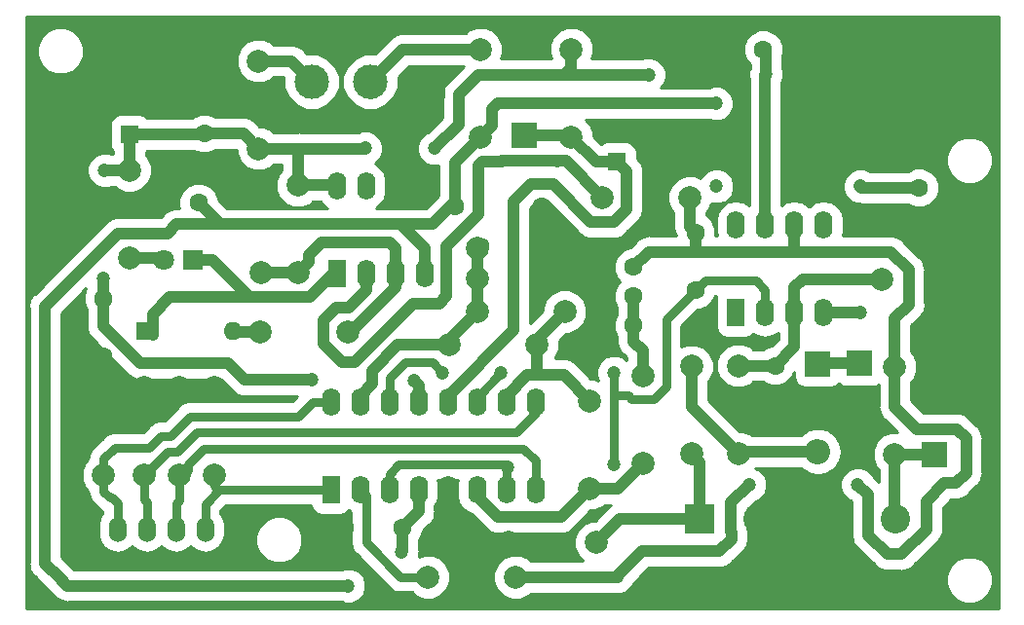
<source format=gbr>
G04 #@! TF.GenerationSoftware,KiCad,Pcbnew,(5.0.0-rc2-dev-493-gd776eaca8)*
G04 #@! TF.CreationDate,2018-05-24T09:23:51-03:00*
G04 #@! TF.ProjectId,V_AMP,565F414D502E6B696361645F70636200,1*
G04 #@! TF.SameCoordinates,PX30a32c0PY4f27ac0*
G04 #@! TF.FileFunction,Copper,L2,Bot,Signal*
G04 #@! TF.FilePolarity,Positive*
%FSLAX46Y46*%
G04 Gerber Fmt 4.6, Leading zero omitted, Abs format (unit mm)*
G04 Created by KiCad (PCBNEW (5.0.0-rc2-dev-493-gd776eaca8)) date Thu May 24 09:23:51 2018*
%MOMM*%
%LPD*%
G01*
G04 APERTURE LIST*
%ADD10R,1.600000X2.400000*%
%ADD11O,1.600000X2.400000*%
%ADD12O,1.524000X2.197100*%
%ADD13R,1.524000X2.197100*%
%ADD14C,1.998980*%
%ADD15C,1.600000*%
%ADD16C,2.540000*%
%ADD17R,2.540000X2.540000*%
%ADD18R,2.200000X2.200000*%
%ADD19O,2.200000X2.200000*%
%ADD20R,1.800000X1.800000*%
%ADD21C,1.800000*%
%ADD22R,1.600000X1.600000*%
%ADD23O,1.600000X1.600000*%
%ADD24R,3.000000X3.000000*%
%ADD25C,3.000000*%
%ADD26C,1.200000*%
%ADD27C,1.000000*%
%ADD28C,0.800000*%
%ADD29C,0.254000*%
G04 APERTURE END LIST*
D10*
X27512000Y11330000D03*
D11*
X45292000Y18950000D03*
X30052000Y11330000D03*
X42752000Y18950000D03*
X32592000Y11330000D03*
X40212000Y18950000D03*
X35132000Y11330000D03*
X37672000Y18950000D03*
X37672000Y11330000D03*
X35132000Y18950000D03*
X40212000Y11330000D03*
X32592000Y18950000D03*
X42752000Y11330000D03*
X30052000Y18950000D03*
X45292000Y11330000D03*
X27512000Y18950000D03*
D12*
X8972000Y7906200D03*
D13*
X6432000Y7906200D03*
D12*
X14052000Y7906200D03*
X16592000Y7906200D03*
X11512000Y7906200D03*
D14*
X58862000Y22060000D03*
X58862000Y14440000D03*
D15*
X38302000Y36000000D03*
X45802000Y36000000D03*
D16*
X64652000Y8830000D03*
D17*
X59572000Y8830000D03*
D18*
X79942000Y14420000D03*
D19*
X79942000Y22040000D03*
D14*
X21372000Y25080000D03*
X28992000Y25080000D03*
D10*
X28032000Y30150000D03*
D11*
X35652000Y37770000D03*
X30572000Y30150000D03*
X33112000Y37770000D03*
X33112000Y30150000D03*
X30572000Y37770000D03*
X35652000Y30150000D03*
X28032000Y37770000D03*
D10*
X62712000Y26730000D03*
D11*
X70332000Y34350000D03*
X65252000Y26730000D03*
X67792000Y34350000D03*
X67792000Y26730000D03*
X65252000Y34350000D03*
X70332000Y26730000D03*
X62712000Y34350000D03*
D18*
X69812000Y22280000D03*
D19*
X69812000Y14660000D03*
D14*
X43562000Y3750000D03*
X35942000Y3750000D03*
D15*
X66112000Y22130000D03*
X66112000Y17130000D03*
D20*
X15512000Y31330000D03*
D21*
X12972000Y31330000D03*
D22*
X11382000Y25120000D03*
D23*
X19002000Y25120000D03*
D14*
X17414000Y20240000D03*
X17414000Y12620000D03*
D15*
X60086000Y49630000D03*
X65086000Y49630000D03*
D14*
X51082000Y36760000D03*
X58702000Y36760000D03*
X21432000Y30190000D03*
X21432000Y37810000D03*
D22*
X10032000Y42250000D03*
D15*
X10032000Y44750000D03*
X33762000Y8080000D03*
X28762000Y8080000D03*
D14*
X7762000Y20240000D03*
X7762000Y12620000D03*
D18*
X73412000Y22330000D03*
D19*
X73412000Y14710000D03*
D18*
X44312000Y42130000D03*
D19*
X44312000Y49750000D03*
D15*
X7742000Y22950000D03*
X7742000Y27950000D03*
D14*
X10012000Y39140000D03*
X10012000Y31520000D03*
X50012000Y11460000D03*
X50012000Y19080000D03*
X14312000Y20250000D03*
X14312000Y12630000D03*
X62912000Y14520000D03*
X62912000Y22140000D03*
X11262000Y20200000D03*
X11262000Y12580000D03*
X54612000Y13620000D03*
X54612000Y21240000D03*
X50560000Y6750000D03*
X42940000Y6750000D03*
X24632000Y37810000D03*
X24632000Y30190000D03*
D22*
X16012000Y38830000D03*
D15*
X16012000Y36330000D03*
D24*
X36012000Y46830000D03*
D25*
X30932000Y46830000D03*
X25852000Y46830000D03*
D14*
X45422000Y23930000D03*
X37802000Y23930000D03*
X40274000Y32358000D03*
X47894000Y32358000D03*
X40202000Y26830000D03*
X47822000Y26830000D03*
X40202000Y29730000D03*
X47822000Y29730000D03*
X48412000Y49640000D03*
X48412000Y42020000D03*
X83012000Y29660000D03*
X75392000Y29660000D03*
X76512000Y14420000D03*
X76512000Y22040000D03*
D15*
X59212000Y33730000D03*
X59212000Y28730000D03*
X78628000Y37612000D03*
X78628000Y32612000D03*
X16512000Y47330000D03*
X16512000Y42330000D03*
D22*
X52362000Y39880000D03*
D15*
X52362000Y42380000D03*
D17*
X71472000Y8830000D03*
D16*
X76552000Y8830000D03*
D14*
X21224000Y41020000D03*
X21224000Y48640000D03*
X40512000Y49640000D03*
X40512000Y42020000D03*
D15*
X53812000Y25630000D03*
X53812000Y28170000D03*
X53812000Y30710000D03*
D26*
X63896000Y11784000D03*
X73294000Y11784000D03*
X52112000Y21530000D03*
X42312000Y21530000D03*
X37212000Y21530000D03*
X52112000Y13530000D03*
X42902000Y13330020D03*
X34712000Y20829990D03*
X30512000Y41030000D03*
X36512000Y41030000D03*
X25812000Y20930000D03*
X55112000Y47430000D03*
X65342000Y47470000D03*
X7692000Y29700000D03*
X7832000Y39130000D03*
X73512000Y26730000D03*
X73512000Y37730000D03*
X61012000Y37730000D03*
X61002000Y44940000D03*
X33670000Y5942000D03*
X29000000Y3000000D03*
D27*
X25542000Y47140000D02*
X25852000Y46830000D01*
X35652000Y37770000D02*
X35652000Y38370000D01*
X36012000Y45830000D02*
X36012000Y46330000D01*
X76442000Y22110000D02*
X76512000Y22040000D01*
X67792000Y32150000D02*
X67792000Y34350000D01*
X67691990Y32049990D02*
X67792000Y32150000D01*
X53812000Y30710000D02*
X55151990Y32049990D01*
X59131989Y32049990D02*
X67691990Y32049990D01*
X59212000Y32130001D02*
X59131989Y32049990D01*
X59212000Y33730000D02*
X59212000Y32130001D01*
X55151990Y32049990D02*
X59131989Y32049990D01*
X58702000Y34240000D02*
X59212000Y33730000D01*
X58702000Y36760000D02*
X58702000Y34240000D01*
X62281999Y7692399D02*
X62281999Y10229999D01*
X62281999Y10229999D02*
X63836000Y11784000D01*
X43562000Y3750000D02*
X52432000Y3750000D01*
X62322000Y7059998D02*
X62322000Y7652398D01*
X62322000Y7652398D02*
X62281999Y7692399D01*
X61271493Y6009491D02*
X62322000Y7059998D01*
X54581491Y6009491D02*
X61271493Y6009491D01*
X52432000Y3860000D02*
X54581491Y6009491D01*
X52432000Y3750000D02*
X52432000Y3860000D01*
X67691990Y32049990D02*
X76109258Y32049990D01*
X76109258Y32049990D02*
X77712000Y30447248D01*
X77712000Y30447248D02*
X77712000Y27486002D01*
X77712000Y27486002D02*
X77732000Y27466002D01*
X76512000Y26246002D02*
X76512000Y22040000D01*
X77732000Y27466002D02*
X76512000Y26246002D01*
X63836000Y11784000D02*
X63896000Y11784000D01*
X76512000Y18560000D02*
X76512000Y22040000D01*
X78451999Y16620001D02*
X76512000Y18560000D01*
X81922001Y16620001D02*
X78451999Y16620001D01*
X82712000Y15830002D02*
X81922001Y16620001D01*
X80792000Y11900000D02*
X81782000Y11900000D01*
X79262000Y10370000D02*
X80792000Y11900000D01*
X81782000Y11900000D02*
X82712000Y12830000D01*
X74181999Y10896001D02*
X74181999Y7410001D01*
X82712000Y12830000D02*
X82712000Y15830002D01*
X73294000Y11784000D02*
X74181999Y10896001D01*
X74181999Y7410001D02*
X75862000Y5730000D01*
X75862000Y5730000D02*
X77082000Y5730000D01*
X77082000Y5730000D02*
X79262000Y7910000D01*
X79262000Y7910000D02*
X79262000Y10370000D01*
D28*
X42752000Y11990000D02*
X42752000Y11330000D01*
X42752000Y11330000D02*
X42752000Y11735598D01*
X52112000Y21530000D02*
X52112000Y19520000D01*
X40212000Y19430000D02*
X42312000Y21530000D01*
X40212000Y18950000D02*
X40212000Y19430000D01*
X32592000Y18950000D02*
X32592000Y19750000D01*
X32592000Y18950000D02*
X32592000Y19355598D01*
X32592000Y21077992D02*
X32592000Y18950000D01*
X33943999Y22429991D02*
X32592000Y21077992D01*
X37212000Y21530000D02*
X36312010Y22429990D01*
X36312010Y22429990D02*
X33943999Y22429991D01*
X52112000Y19520000D02*
X52112000Y13530000D01*
X42752000Y13330000D02*
X42752000Y11330000D01*
X42551990Y13530010D02*
X42752000Y13330000D01*
X33412010Y13530010D02*
X42551990Y13530010D01*
X32592000Y12710000D02*
X33412010Y13530010D01*
X32592000Y11330000D02*
X32592000Y12710000D01*
X42551990Y13530010D02*
X42702010Y13530010D01*
X42702010Y13530010D02*
X42902000Y13330020D01*
X55571757Y19240509D02*
X56632000Y20300752D01*
X53652243Y19240509D02*
X55571757Y19240509D01*
X53372752Y19520000D02*
X53652243Y19240509D01*
X52112000Y19520000D02*
X53372752Y19520000D01*
X65252000Y28730000D02*
X65252000Y26730000D01*
X64452001Y29529999D02*
X65252000Y28730000D01*
X60011999Y29529999D02*
X64452001Y29529999D01*
X59212000Y28730000D02*
X60011999Y29529999D01*
X56632000Y26150000D02*
X56632000Y20300752D01*
X59212000Y28730000D02*
X56632000Y26150000D01*
D27*
X27992000Y37810000D02*
X28032000Y37770000D01*
X24632000Y37810000D02*
X27992000Y37810000D01*
X10012000Y42230000D02*
X10032000Y42250000D01*
X10012000Y39140000D02*
X10012000Y42230000D01*
X35132000Y18950000D02*
X35132000Y20409990D01*
X35132000Y20409990D02*
X34712000Y20829990D01*
X15329757Y22339491D02*
X15319757Y22349491D01*
X48412000Y48030000D02*
X48412000Y49640000D01*
X38612001Y45730001D02*
X40312000Y47430000D01*
X47812000Y47430000D02*
X48412000Y48030000D01*
X65252000Y34350000D02*
X65252000Y34897019D01*
X40312000Y47430000D02*
X46812000Y47430000D01*
X46812000Y47430000D02*
X47812000Y47430000D01*
X46812000Y47430000D02*
X55112000Y47430000D01*
X16192509Y22349491D02*
X15319757Y22349491D01*
X16202509Y22339491D02*
X16192509Y22349491D01*
X18602509Y22339491D02*
X16202509Y22339491D01*
X25812000Y20930000D02*
X20012000Y20930000D01*
X20012000Y20930000D02*
X18602509Y22339491D01*
X7712000Y25549998D02*
X7712000Y29130000D01*
X10912507Y22349491D02*
X7712000Y25549998D01*
X15319757Y22349491D02*
X10912507Y22349491D01*
X7712000Y28629998D02*
X7712000Y29130000D01*
X7712000Y29130000D02*
X7712000Y29680000D01*
X7712000Y29680000D02*
X7692000Y29700000D01*
X10002000Y39130000D02*
X10012000Y39140000D01*
X7832000Y39130000D02*
X10002000Y39130000D01*
X38612001Y43130001D02*
X36512000Y41030000D01*
X38612001Y45730001D02*
X38612001Y43130001D01*
X65342000Y49374000D02*
X65086000Y49630000D01*
X65342000Y47470000D02*
X65342000Y49374000D01*
X65252000Y47380000D02*
X65342000Y47470000D01*
X65252000Y34350000D02*
X65252000Y47380000D01*
X30502000Y41020000D02*
X30512000Y41030000D01*
X21224000Y41020000D02*
X24750000Y41020000D01*
X24750000Y41020000D02*
X30502000Y41020000D01*
X24632000Y40902000D02*
X24750000Y41020000D01*
X24632000Y37810000D02*
X24632000Y40902000D01*
X16432000Y42250000D02*
X16512000Y42330000D01*
X10032000Y42250000D02*
X16432000Y42250000D01*
X19914000Y42330000D02*
X21224000Y41020000D01*
X16512000Y42330000D02*
X19914000Y42330000D01*
X35652000Y32350000D02*
X35652000Y30150000D01*
X33571990Y34430010D02*
X35652000Y32350000D01*
X17911990Y34430010D02*
X33571990Y34430010D01*
X16012000Y36330000D02*
X17911990Y34430010D01*
X35262000Y11200000D02*
X35132000Y11330000D01*
X70332000Y26730000D02*
X73512000Y26730000D01*
X35132000Y9450000D02*
X33762000Y8080000D01*
X35132000Y11330000D02*
X35132000Y9450000D01*
X38272000Y39780000D02*
X40512000Y42020000D01*
X38272000Y36380000D02*
X38272000Y39780000D01*
X36322010Y34430010D02*
X38272000Y36380000D01*
X33571990Y34430010D02*
X36322010Y34430010D01*
X41511489Y43019489D02*
X41511489Y44432981D01*
X60992000Y44930000D02*
X61002000Y44940000D01*
X42008508Y44930000D02*
X60992000Y44930000D01*
X41511489Y44432981D02*
X42008508Y44930000D01*
X40512000Y42020000D02*
X41511489Y43019489D01*
X33762000Y8080000D02*
X33762000Y6034000D01*
X33762000Y6034000D02*
X33670000Y5942000D01*
X73468000Y37774000D02*
X73512000Y37730000D01*
X73630000Y37612000D02*
X73512000Y37730000D01*
X78628000Y37612000D02*
X73630000Y37612000D01*
X14112010Y34430010D02*
X17911990Y34430010D01*
X13310000Y33628000D02*
X14112010Y34430010D01*
X9012752Y33628000D02*
X13310000Y33628000D01*
X2682000Y4926000D02*
X2682000Y27297248D01*
X2682000Y27297248D02*
X9012752Y33628000D01*
X4206000Y3402000D02*
X4000000Y3608000D01*
X4000000Y3608000D02*
X2682000Y4926000D01*
X4608000Y3000000D02*
X4000000Y3608000D01*
X29000000Y3000000D02*
X4608000Y3000000D01*
X48302000Y42130000D02*
X48412000Y42020000D01*
X44312000Y42130000D02*
X48302000Y42130000D01*
X50552000Y39880000D02*
X48412000Y42020000D01*
X52362000Y39880000D02*
X50552000Y39880000D01*
X50074243Y34660509D02*
X52089757Y34660509D01*
X46834751Y37900001D02*
X50074243Y34660509D01*
X53181491Y35752243D02*
X53181491Y39060509D01*
X44889999Y37900001D02*
X46834751Y37900001D01*
X43412000Y36422002D02*
X44889999Y37900001D01*
X53181491Y39060509D02*
X52362000Y39880000D01*
X52089757Y34660509D02*
X53181491Y35752243D01*
X43412000Y25237019D02*
X43412000Y36422002D01*
X37672000Y19497019D02*
X43412000Y25237019D01*
X37672000Y18950000D02*
X37672000Y19497019D01*
X69862000Y22330000D02*
X69812000Y22280000D01*
X73412000Y22330000D02*
X69862000Y22330000D01*
X62752000Y14680000D02*
X62912000Y14520000D01*
X69812000Y14660000D02*
X63052000Y14660000D01*
X63052000Y14660000D02*
X62912000Y14520000D01*
X58862000Y18570000D02*
X62912000Y14520000D01*
X58862000Y22060000D02*
X58862000Y18570000D01*
X15512000Y31330000D02*
X17184752Y31330000D01*
X17184752Y31330000D02*
X20424243Y28090509D01*
X13472509Y28090509D02*
X20424243Y28090509D01*
X12012000Y26630000D02*
X13472509Y28090509D01*
X12012000Y24830000D02*
X12012000Y26630000D01*
X27699248Y30150000D02*
X28032000Y30150000D01*
X20424243Y28090509D02*
X25639757Y28090509D01*
X25639757Y28090509D02*
X27699248Y30150000D01*
X19032000Y25090000D02*
X19002000Y25120000D01*
X19042000Y25080000D02*
X19002000Y25120000D01*
X21372000Y25080000D02*
X19042000Y25080000D01*
X12782000Y31520000D02*
X12972000Y31330000D01*
X10012000Y31520000D02*
X12782000Y31520000D01*
X59612000Y8870000D02*
X59572000Y8830000D01*
X60022000Y9280000D02*
X59572000Y8830000D01*
X59572000Y13730000D02*
X58862000Y14440000D01*
X59572000Y8830000D02*
X59572000Y13730000D01*
X52640000Y8830000D02*
X59572000Y8830000D01*
X50560000Y6750000D02*
X52640000Y8830000D01*
X30932000Y46830000D02*
X30932000Y47750000D01*
X30932000Y45830000D02*
X31012000Y45830000D01*
X33742000Y49640000D02*
X30932000Y46830000D01*
X40512000Y49640000D02*
X33742000Y49640000D01*
X24042000Y48640000D02*
X25852000Y46830000D01*
X21224000Y48640000D02*
X24042000Y48640000D01*
X24632000Y30190000D02*
X21432000Y30190000D01*
X25631489Y31729491D02*
X26731998Y32830000D01*
X24632000Y30190000D02*
X25631489Y31189489D01*
X25631489Y31189489D02*
X25631489Y31729491D01*
X33112000Y32350000D02*
X33112000Y30150000D01*
X32632000Y32830000D02*
X33112000Y32350000D01*
X26731998Y32830000D02*
X32632000Y32830000D01*
X33132000Y30130000D02*
X33112000Y30150000D01*
X33112000Y29230000D02*
X33112000Y30150000D01*
X29204756Y25080000D02*
X28992000Y25080000D01*
X33112000Y28987244D02*
X29204756Y25080000D01*
X33112000Y30150000D02*
X33112000Y28987244D01*
X30572000Y30150000D02*
X30572000Y29507245D01*
X47151999Y39929999D02*
X47151999Y39910001D01*
X47912001Y39929999D02*
X51082000Y36760000D01*
X47151999Y39929999D02*
X47912001Y39929999D01*
X42352509Y39920509D02*
X42361999Y39929999D01*
X42361999Y39929999D02*
X47151999Y39929999D01*
X40692509Y39920509D02*
X42352509Y39920509D01*
X40312000Y39540000D02*
X40692509Y39920509D01*
X40332000Y35327248D02*
X40332000Y39560000D01*
X37552010Y32547258D02*
X40332000Y35327248D01*
X40332000Y39560000D02*
X40692509Y39920509D01*
X37552010Y28171744D02*
X37552010Y32547258D01*
X36910266Y27530000D02*
X37552010Y28171744D01*
X29609920Y22480000D02*
X34659920Y27530000D01*
X26892509Y24072243D02*
X28484752Y22480000D01*
X26892509Y26087757D02*
X26892509Y24072243D01*
X27984243Y27179491D02*
X26892509Y26087757D01*
X28484752Y22480000D02*
X29609920Y22480000D01*
X29041493Y27179491D02*
X27984243Y27179491D01*
X34659920Y27530000D02*
X36052000Y27530000D01*
X30572000Y28709998D02*
X29041493Y27179491D01*
X30572000Y30150000D02*
X30572000Y28709998D01*
X36052000Y27530000D02*
X36910266Y27530000D01*
X34912000Y27530000D02*
X36052000Y27530000D01*
D28*
X33576000Y3750000D02*
X35942000Y3750000D01*
X30562001Y6763999D02*
X33576000Y3750000D01*
X30052000Y11330000D02*
X30562001Y10819999D01*
X30562001Y10819999D02*
X30562001Y6763999D01*
D27*
X66102000Y22140000D02*
X66112000Y22130000D01*
X62912000Y22140000D02*
X66102000Y22140000D01*
X67792000Y23810000D02*
X66112000Y22130000D01*
X67792000Y26730000D02*
X67792000Y23810000D01*
X67792000Y28930000D02*
X67792000Y26730000D01*
X68522000Y29660000D02*
X67792000Y28930000D01*
X75392000Y29660000D02*
X68522000Y29660000D01*
X76512000Y8870000D02*
X76552000Y8830000D01*
X76512000Y14420000D02*
X76512000Y8870000D01*
X76512000Y14420000D02*
X79942000Y14420000D01*
X9012000Y7946200D02*
X8972000Y7906200D01*
X8762000Y8116200D02*
X8972000Y7906200D01*
D28*
X8972000Y10170000D02*
X8972000Y7906200D01*
X8512000Y10630000D02*
X8972000Y10170000D01*
X7762000Y11206508D02*
X7762000Y12620000D01*
X8338508Y10630000D02*
X7762000Y11206508D01*
X8512000Y10630000D02*
X8338508Y10630000D01*
X24692040Y17730040D02*
X25912000Y18950000D01*
X15302966Y17730040D02*
X24692040Y17730040D01*
X7762000Y12620000D02*
X7762000Y14033492D01*
X7762000Y14033492D02*
X8758508Y15030000D01*
X8758508Y15030000D02*
X11732088Y15030000D01*
X25912000Y18950000D02*
X27512000Y18950000D01*
X13602428Y16029501D02*
X15302966Y17730040D01*
X11732088Y15030000D02*
X12731588Y16029501D01*
X12731588Y16029501D02*
X13602428Y16029501D01*
X16592000Y10110000D02*
X16592000Y7906200D01*
X17812000Y11330000D02*
X16592000Y10110000D01*
X17812000Y11330000D02*
X27512000Y11330000D01*
X17414000Y11728000D02*
X17812000Y11330000D01*
X17414000Y12620000D02*
X17414000Y11728000D01*
X14312000Y12630000D02*
X14312000Y10430000D01*
X14052000Y10170000D02*
X14052000Y7906200D01*
X14312000Y10430000D02*
X14052000Y10170000D01*
X45292000Y13850000D02*
X45292000Y11330000D01*
X14712000Y12630000D02*
X15112509Y13030509D01*
X14312000Y12630000D02*
X14712000Y12630000D01*
X15112509Y13030509D02*
X15112509Y13579757D01*
X15112509Y13579757D02*
X16462772Y14930020D01*
X16462772Y14930020D02*
X44211980Y14930020D01*
X44211980Y14930020D02*
X45292000Y13850000D01*
D27*
X11512000Y12520000D02*
X11762000Y12770000D01*
D28*
X11512000Y10230000D02*
X11512000Y7906200D01*
X11262000Y10480000D02*
X11512000Y10230000D01*
X45292000Y18544402D02*
X45292000Y18950000D01*
X45292000Y18010000D02*
X45292000Y18950000D01*
X15882869Y16330030D02*
X43612030Y16330030D01*
X43612030Y16330030D02*
X45292000Y18010000D01*
X14182330Y14629491D02*
X15882869Y16330030D01*
X11262000Y12580000D02*
X13311491Y14629491D01*
X13311491Y14629491D02*
X14182330Y14629491D01*
X11262000Y12580000D02*
X11262000Y10480000D01*
D27*
X52452000Y11460000D02*
X54612000Y13620000D01*
X50012000Y11460000D02*
X52452000Y11460000D01*
X40212000Y10782981D02*
X42004981Y8990000D01*
X40212000Y11330000D02*
X40212000Y10782981D01*
X47542000Y8990000D02*
X50012000Y11460000D01*
X42004981Y8990000D02*
X47542000Y8990000D01*
X53812000Y25630000D02*
X53812000Y24230000D01*
X54612000Y23430000D02*
X54612000Y21240000D01*
X53812000Y24230000D02*
X54612000Y23430000D01*
X53812000Y28170000D02*
X53812000Y25630000D01*
X42752000Y19497019D02*
X44584981Y21330000D01*
X42752000Y18950000D02*
X42752000Y19497019D01*
X47762000Y21330000D02*
X50012000Y19080000D01*
X46912000Y21330000D02*
X46896573Y21345427D01*
X46912000Y21330000D02*
X47762000Y21330000D01*
X45412000Y22506508D02*
X45412000Y21330000D01*
X45422000Y23930000D02*
X45422000Y22516508D01*
X45422000Y22516508D02*
X45412000Y22506508D01*
X44584981Y21330000D02*
X45412000Y21330000D01*
X45412000Y21330000D02*
X46912000Y21330000D01*
X45422000Y24430000D02*
X47822000Y26830000D01*
X45422000Y23930000D02*
X45422000Y24430000D01*
X30052000Y19497019D02*
X30052000Y18950000D01*
X37802000Y24430000D02*
X40202000Y26830000D01*
X37802000Y23930000D02*
X37802000Y24430000D01*
X40202000Y26830000D02*
X40202000Y29730000D01*
X40102000Y29830000D02*
X40202000Y29730000D01*
X31091990Y20537009D02*
X31091991Y21699317D01*
X30052000Y19497019D02*
X31091990Y20537009D01*
X33322674Y23930000D02*
X37802000Y23930000D01*
X31091991Y21699317D02*
X33322674Y23930000D01*
X40202000Y32090000D02*
X40772000Y32660000D01*
X40202000Y29730000D02*
X40202000Y32090000D01*
D29*
G36*
X85498001Y1002000D02*
X1002000Y1002000D01*
X1002000Y27297248D01*
X1227045Y27297248D01*
X1255001Y27156703D01*
X1255000Y5066540D01*
X1227045Y4926000D01*
X1255000Y4785460D01*
X1255000Y4785457D01*
X1337796Y4369213D01*
X1653191Y3897192D01*
X1772340Y3817579D01*
X3090337Y2499580D01*
X3090342Y2499576D01*
X3499578Y2090341D01*
X3579191Y1971191D01*
X4051212Y1655796D01*
X4467456Y1573000D01*
X4467459Y1573000D01*
X4608000Y1545045D01*
X4748540Y1573000D01*
X28454840Y1573000D01*
X28696261Y1473000D01*
X29303739Y1473000D01*
X29864976Y1705472D01*
X30294528Y2135024D01*
X30527000Y2696261D01*
X30527000Y3303739D01*
X30294528Y3864976D01*
X29864976Y4294528D01*
X29303739Y4527000D01*
X28696261Y4527000D01*
X28454840Y4427000D01*
X5199081Y4427000D01*
X5108424Y4517658D01*
X5108420Y4517663D01*
X4109000Y5517082D01*
X4109000Y26706167D01*
X6240315Y28837482D01*
X6015000Y28293522D01*
X6015000Y27606478D01*
X6277920Y26971733D01*
X6285000Y26964653D01*
X6285000Y25690539D01*
X6257045Y25549998D01*
X6285000Y25409458D01*
X6285000Y25409455D01*
X6367796Y24993211D01*
X6683191Y24521190D01*
X6802340Y24441577D01*
X9804087Y21439828D01*
X9883698Y21320682D01*
X10002844Y21241071D01*
X10271513Y21061552D01*
X10355719Y21005287D01*
X10771963Y20922491D01*
X10771966Y20922491D01*
X10912506Y20894536D01*
X11053046Y20922491D01*
X15138942Y20922491D01*
X15329756Y20884536D01*
X15520570Y20922491D01*
X16011692Y20922491D01*
X16061965Y20912491D01*
X16061968Y20912491D01*
X16202508Y20884536D01*
X16343049Y20912491D01*
X18011428Y20912491D01*
X18903578Y20020340D01*
X18983191Y19901191D01*
X19455212Y19585796D01*
X19871456Y19503000D01*
X19871459Y19503000D01*
X20011999Y19475045D01*
X20152539Y19503000D01*
X24588339Y19503000D01*
X24142380Y19057040D01*
X15433657Y19057040D01*
X15302965Y19083036D01*
X15172273Y19057040D01*
X15172270Y19057040D01*
X14785196Y18980046D01*
X14346253Y18686753D01*
X14272220Y18575954D01*
X13052767Y17356501D01*
X12862279Y17356501D01*
X12731587Y17382497D01*
X12600895Y17356501D01*
X12600892Y17356501D01*
X12250196Y17286743D01*
X12213818Y17279507D01*
X11885672Y17060247D01*
X11885670Y17060245D01*
X11774875Y16986214D01*
X11700843Y16875418D01*
X11182426Y16357000D01*
X8889199Y16357000D01*
X8758507Y16382996D01*
X8627815Y16357000D01*
X8627812Y16357000D01*
X8240738Y16280006D01*
X7801795Y15986713D01*
X7727762Y15875914D01*
X6916086Y15064238D01*
X6805288Y14990205D01*
X6731255Y14879407D01*
X6731254Y14879406D01*
X6511994Y14551261D01*
X6476943Y14375047D01*
X6435000Y14164188D01*
X6435000Y14164184D01*
X6409004Y14033492D01*
X6415976Y13998444D01*
X6128801Y13711269D01*
X5835510Y13003203D01*
X5835510Y12236797D01*
X6128801Y11528731D01*
X6415976Y11241556D01*
X6409004Y11206508D01*
X6435000Y11075816D01*
X6435000Y11075813D01*
X6511994Y10688739D01*
X6805287Y10249796D01*
X6916086Y10175762D01*
X7307760Y9784088D01*
X7381795Y9673287D01*
X7645000Y9497418D01*
X7645000Y9296874D01*
X7380997Y8901764D01*
X7283000Y8409099D01*
X7283000Y7403300D01*
X7380997Y6910635D01*
X7754299Y6351949D01*
X8312986Y5978647D01*
X8972000Y5847561D01*
X9631015Y5978647D01*
X10189701Y6351949D01*
X10242000Y6430220D01*
X10294299Y6351949D01*
X10852986Y5978647D01*
X11512000Y5847561D01*
X12171015Y5978647D01*
X12729701Y6351949D01*
X12782000Y6430220D01*
X12834299Y6351949D01*
X13392986Y5978647D01*
X14052000Y5847561D01*
X14711015Y5978647D01*
X15269701Y6351949D01*
X15322000Y6430220D01*
X15374299Y6351949D01*
X15932986Y5978647D01*
X16592000Y5847561D01*
X17251015Y5978647D01*
X17809701Y6351949D01*
X18183003Y6910635D01*
X18280978Y7403195D01*
X20973000Y7403195D01*
X20973000Y6596805D01*
X21281593Y5851797D01*
X21851797Y5281593D01*
X22596805Y4973000D01*
X23403195Y4973000D01*
X24148203Y5281593D01*
X24718407Y5851797D01*
X25027000Y6596805D01*
X25027000Y7403195D01*
X24718407Y8148203D01*
X24148203Y8718407D01*
X23403195Y9027000D01*
X22596805Y9027000D01*
X21851797Y8718407D01*
X21281593Y8148203D01*
X20973000Y7403195D01*
X18280978Y7403195D01*
X18281000Y7403301D01*
X18281000Y8409100D01*
X18183003Y8901765D01*
X17919000Y9296873D01*
X17919000Y9560339D01*
X18361661Y10003000D01*
X25792101Y10003000D01*
X25838785Y9768303D01*
X26043670Y9461670D01*
X26350303Y9256785D01*
X26712000Y9184839D01*
X28312000Y9184839D01*
X28673697Y9256785D01*
X28980330Y9461670D01*
X29029921Y9535888D01*
X29235001Y9398857D01*
X29235002Y6894695D01*
X29209005Y6763999D01*
X29311995Y6246230D01*
X29531255Y5918085D01*
X29605289Y5807286D01*
X29716087Y5733253D01*
X32545254Y2904085D01*
X32619287Y2793287D01*
X33058230Y2499994D01*
X33445304Y2423000D01*
X33445307Y2423000D01*
X33575999Y2397004D01*
X33706691Y2423000D01*
X34544532Y2423000D01*
X34850731Y2116801D01*
X35558797Y1823510D01*
X36325203Y1823510D01*
X37033269Y2116801D01*
X37575199Y2658731D01*
X37868490Y3366797D01*
X37868490Y4133203D01*
X37575199Y4841269D01*
X37033269Y5383199D01*
X36325203Y5676490D01*
X35558797Y5676490D01*
X35141184Y5503509D01*
X35197000Y5638261D01*
X35197000Y5933679D01*
X35216955Y6034000D01*
X35197000Y6134321D01*
X35197000Y6245739D01*
X35189000Y6265053D01*
X35189000Y7064653D01*
X35226080Y7101733D01*
X35489000Y7736478D01*
X35489000Y7788918D01*
X36041662Y8341580D01*
X36160809Y8421191D01*
X36476204Y8893212D01*
X36559000Y9309456D01*
X36559000Y9309460D01*
X36586955Y9450000D01*
X36559000Y9590540D01*
X36559000Y9957140D01*
X36758798Y10256158D01*
X36859000Y10759910D01*
X36859000Y11900091D01*
X36798746Y12203010D01*
X38545254Y12203010D01*
X38485000Y11900090D01*
X38485000Y10759909D01*
X38585202Y10256158D01*
X38966904Y9684903D01*
X39538159Y9303202D01*
X39707352Y9269547D01*
X40896559Y8080340D01*
X40976172Y7961191D01*
X41448193Y7645796D01*
X41864437Y7563000D01*
X41864440Y7563000D01*
X42004980Y7535045D01*
X42145521Y7563000D01*
X47401460Y7563000D01*
X47542000Y7535045D01*
X47682540Y7563000D01*
X47682544Y7563000D01*
X48098788Y7645796D01*
X48570809Y7961191D01*
X48650424Y8080343D01*
X50103592Y9533510D01*
X50395203Y9533510D01*
X51103269Y9826801D01*
X51309468Y10033000D01*
X51871886Y10033000D01*
X51611191Y9858809D01*
X51531579Y9739661D01*
X50468409Y8676490D01*
X50176797Y8676490D01*
X49468731Y8383199D01*
X48926801Y7841269D01*
X48633510Y7133203D01*
X48633510Y6366797D01*
X48926801Y5658731D01*
X49408532Y5177000D01*
X44859468Y5177000D01*
X44653269Y5383199D01*
X43945203Y5676490D01*
X43178797Y5676490D01*
X42470731Y5383199D01*
X41928801Y4841269D01*
X41635510Y4133203D01*
X41635510Y3366797D01*
X41928801Y2658731D01*
X42470731Y2116801D01*
X43178797Y1823510D01*
X43945203Y1823510D01*
X44653269Y2116801D01*
X44859468Y2323000D01*
X52291456Y2323000D01*
X52432000Y2295044D01*
X52572544Y2323000D01*
X52988788Y2405796D01*
X53460809Y2721191D01*
X53761929Y3171847D01*
X54493277Y3903195D01*
X80973000Y3903195D01*
X80973000Y3096805D01*
X81281593Y2351797D01*
X81851797Y1781593D01*
X82596805Y1473000D01*
X83403195Y1473000D01*
X84148203Y1781593D01*
X84718407Y2351797D01*
X85027000Y3096805D01*
X85027000Y3903195D01*
X84718407Y4648203D01*
X84148203Y5218407D01*
X83403195Y5527000D01*
X82596805Y5527000D01*
X81851797Y5218407D01*
X81281593Y4648203D01*
X80973000Y3903195D01*
X54493277Y3903195D01*
X55172573Y4582491D01*
X61130953Y4582491D01*
X61271493Y4554536D01*
X61412033Y4582491D01*
X61412037Y4582491D01*
X61828281Y4665287D01*
X62300302Y4980682D01*
X62379917Y5099833D01*
X63231662Y5951578D01*
X63350808Y6031189D01*
X63494167Y6245739D01*
X63666204Y6503210D01*
X63696634Y6656194D01*
X63749000Y6919454D01*
X63749000Y6919457D01*
X63776955Y7059997D01*
X63749000Y7200538D01*
X63749000Y7511858D01*
X63776955Y7652398D01*
X63749000Y7792938D01*
X63749000Y7792941D01*
X63708999Y7994040D01*
X63708999Y9638918D01*
X64417127Y10347045D01*
X64760976Y10489472D01*
X65190528Y10919024D01*
X65423000Y11480261D01*
X65423000Y12087739D01*
X65190528Y12648976D01*
X64760976Y13078528D01*
X64388048Y13233000D01*
X68327640Y13233000D01*
X68350615Y13198615D01*
X69021104Y12750608D01*
X69612359Y12633000D01*
X70011641Y12633000D01*
X70602896Y12750608D01*
X71273385Y13198615D01*
X71721392Y13869104D01*
X71878711Y14660000D01*
X71721392Y15450896D01*
X71273385Y16121385D01*
X70602896Y16569392D01*
X70011641Y16687000D01*
X69612359Y16687000D01*
X69021104Y16569392D01*
X68350615Y16121385D01*
X68327640Y16087000D01*
X64069468Y16087000D01*
X64003269Y16153199D01*
X63295203Y16446490D01*
X63003593Y16446490D01*
X60289000Y19161081D01*
X60289000Y20762532D01*
X60495199Y20968731D01*
X60788490Y21676797D01*
X60788490Y22443203D01*
X60495199Y23151269D01*
X59953269Y23693199D01*
X59245203Y23986490D01*
X58478797Y23986490D01*
X57959000Y23771183D01*
X57959000Y25600340D01*
X59361661Y27003000D01*
X59555522Y27003000D01*
X60190267Y27265920D01*
X60676080Y27751733D01*
X60863001Y28202999D01*
X61021142Y28202999D01*
X60966839Y27930000D01*
X60966839Y25530000D01*
X61038785Y25168303D01*
X61243670Y24861670D01*
X61550303Y24656785D01*
X61912000Y24584839D01*
X63512000Y24584839D01*
X63873697Y24656785D01*
X64180330Y24861670D01*
X64229921Y24935888D01*
X64578159Y24703202D01*
X65252000Y24569167D01*
X65925842Y24703202D01*
X66365001Y24996639D01*
X66365001Y24401083D01*
X65820918Y23857000D01*
X65768478Y23857000D01*
X65133733Y23594080D01*
X65106653Y23567000D01*
X64209468Y23567000D01*
X64003269Y23773199D01*
X63295203Y24066490D01*
X62528797Y24066490D01*
X61820731Y23773199D01*
X61278801Y23231269D01*
X60985510Y22523203D01*
X60985510Y21756797D01*
X61278801Y21048731D01*
X61820731Y20506801D01*
X62528797Y20213510D01*
X63295203Y20213510D01*
X64003269Y20506801D01*
X64209468Y20713000D01*
X65086653Y20713000D01*
X65133733Y20665920D01*
X65768478Y20403000D01*
X66455522Y20403000D01*
X67090267Y20665920D01*
X67576080Y21151733D01*
X67766839Y21612266D01*
X67766839Y21180000D01*
X67838785Y20818303D01*
X68043670Y20511670D01*
X68350303Y20306785D01*
X68712000Y20234839D01*
X70912000Y20234839D01*
X71273697Y20306785D01*
X71580330Y20511670D01*
X71628704Y20584068D01*
X71643670Y20561670D01*
X71950303Y20356785D01*
X72312000Y20284839D01*
X74512000Y20284839D01*
X74873697Y20356785D01*
X75085001Y20497973D01*
X75085000Y18700541D01*
X75057045Y18560000D01*
X75085000Y18419460D01*
X75085000Y18419457D01*
X75167796Y18003213D01*
X75483191Y17531192D01*
X75602340Y17451579D01*
X76707428Y16346490D01*
X76128797Y16346490D01*
X75420731Y16053199D01*
X74878801Y15511269D01*
X74585510Y14803203D01*
X74585510Y14036797D01*
X74878801Y13328731D01*
X75085000Y13122532D01*
X75085000Y12011081D01*
X74688529Y12407552D01*
X74588528Y12648976D01*
X74158976Y13078528D01*
X73597739Y13311000D01*
X72990261Y13311000D01*
X72429024Y13078528D01*
X71999472Y12648976D01*
X71767000Y12087739D01*
X71767000Y11480261D01*
X71999472Y10919024D01*
X72429024Y10489472D01*
X72670448Y10389471D01*
X72754999Y10304920D01*
X72755000Y7550546D01*
X72727044Y7410001D01*
X72837795Y6853214D01*
X72874835Y6797780D01*
X73153191Y6381192D01*
X73272340Y6301579D01*
X74753578Y4820340D01*
X74833191Y4701191D01*
X75305212Y4385796D01*
X75721456Y4303000D01*
X75721459Y4303000D01*
X75861999Y4275045D01*
X76002540Y4303000D01*
X76941460Y4303000D01*
X77082000Y4275045D01*
X77222540Y4303000D01*
X77222544Y4303000D01*
X77638788Y4385796D01*
X78110809Y4701191D01*
X78190424Y4820342D01*
X80171665Y6801582D01*
X80290808Y6881191D01*
X80370418Y7000335D01*
X80370421Y7000338D01*
X80558466Y7281768D01*
X80606204Y7353212D01*
X80689000Y7769456D01*
X80689000Y7769460D01*
X80716955Y7910000D01*
X80689000Y8050540D01*
X80689000Y9778918D01*
X81383082Y10473000D01*
X81641460Y10473000D01*
X81782000Y10445045D01*
X81922540Y10473000D01*
X81922544Y10473000D01*
X82338788Y10555796D01*
X82810809Y10871191D01*
X82890423Y10990342D01*
X83621664Y11721581D01*
X83740808Y11801191D01*
X83820418Y11920335D01*
X83820421Y11920338D01*
X83991919Y12177003D01*
X84056204Y12273212D01*
X84139000Y12689456D01*
X84139000Y12689460D01*
X84166955Y12830000D01*
X84139000Y12970540D01*
X84139000Y15689463D01*
X84166955Y15830003D01*
X84139000Y15970543D01*
X84139000Y15970546D01*
X84056204Y16386790D01*
X83740809Y16858811D01*
X83621657Y16938426D01*
X83030425Y17529658D01*
X82950810Y17648810D01*
X82478789Y17964205D01*
X82062545Y18047001D01*
X82062541Y18047001D01*
X81922001Y18074956D01*
X81781461Y18047001D01*
X79043082Y18047001D01*
X77939000Y19151081D01*
X77939000Y20742532D01*
X78145199Y20948731D01*
X78438490Y21656797D01*
X78438490Y22423203D01*
X78145199Y23131269D01*
X77939000Y23337468D01*
X77939000Y25654920D01*
X78641663Y26357582D01*
X78760809Y26437193D01*
X78840419Y26556338D01*
X78840421Y26556340D01*
X79076204Y26909215D01*
X79186955Y27466002D01*
X79172304Y27539661D01*
X79139000Y27707090D01*
X79139000Y30306710D01*
X79166955Y30447249D01*
X79139000Y30587788D01*
X79139000Y30587792D01*
X79056204Y31004036D01*
X78909334Y31223842D01*
X78820420Y31356911D01*
X78820418Y31356913D01*
X78740808Y31476057D01*
X78621664Y31555666D01*
X77217682Y32959648D01*
X77138067Y33078799D01*
X76666046Y33394194D01*
X76249802Y33476990D01*
X76249798Y33476990D01*
X76109258Y33504945D01*
X75968718Y33476990D01*
X71998746Y33476990D01*
X72059000Y33779910D01*
X72059000Y34920091D01*
X71958798Y35423842D01*
X71577097Y35995097D01*
X71005841Y36376798D01*
X70332000Y36510833D01*
X69658158Y36376798D01*
X69086903Y35995097D01*
X69062000Y35957827D01*
X69037097Y35995097D01*
X68465841Y36376798D01*
X67792000Y36510833D01*
X67118158Y36376798D01*
X66679000Y36083362D01*
X66679000Y38033739D01*
X71985000Y38033739D01*
X71985000Y37426261D01*
X72217472Y36865024D01*
X72647024Y36435472D01*
X73208261Y36203000D01*
X73398964Y36203000D01*
X73489456Y36185000D01*
X73489459Y36185000D01*
X73629999Y36157045D01*
X73770540Y36185000D01*
X77612653Y36185000D01*
X77649733Y36147920D01*
X78284478Y35885000D01*
X78971522Y35885000D01*
X79606267Y36147920D01*
X80092080Y36633733D01*
X80355000Y37268478D01*
X80355000Y37955522D01*
X80092080Y38590267D01*
X79606267Y39076080D01*
X78971522Y39339000D01*
X78284478Y39339000D01*
X77649733Y39076080D01*
X77612653Y39039000D01*
X74342038Y39039000D01*
X73815739Y39257000D01*
X73208261Y39257000D01*
X72647024Y39024528D01*
X72217472Y38594976D01*
X71985000Y38033739D01*
X66679000Y38033739D01*
X66679000Y40403195D01*
X80973000Y40403195D01*
X80973000Y39596805D01*
X81281593Y38851797D01*
X81851797Y38281593D01*
X82596805Y37973000D01*
X83403195Y37973000D01*
X84148203Y38281593D01*
X84718407Y38851797D01*
X85027000Y39596805D01*
X85027000Y40403195D01*
X84718407Y41148203D01*
X84148203Y41718407D01*
X83403195Y42027000D01*
X82596805Y42027000D01*
X81851797Y41718407D01*
X81281593Y41148203D01*
X80973000Y40403195D01*
X66679000Y40403195D01*
X66679000Y46707560D01*
X66869000Y47166261D01*
X66869000Y47773739D01*
X66769000Y48015160D01*
X66769000Y49180253D01*
X66813000Y49286478D01*
X66813000Y49973522D01*
X66550080Y50608267D01*
X66064267Y51094080D01*
X65429522Y51357000D01*
X64742478Y51357000D01*
X64107733Y51094080D01*
X63621920Y50608267D01*
X63359000Y49973522D01*
X63359000Y49286478D01*
X63621920Y48651733D01*
X63915000Y48358653D01*
X63915000Y48015161D01*
X63815000Y47773739D01*
X63815000Y47470267D01*
X63797045Y47380000D01*
X63815000Y47289733D01*
X63815000Y47166261D01*
X63825001Y47142117D01*
X63825000Y36083361D01*
X63385841Y36376798D01*
X62712000Y36510833D01*
X62038158Y36376798D01*
X61466903Y35995097D01*
X61085202Y35423841D01*
X60985000Y34920090D01*
X60985000Y33779909D01*
X61045254Y33476990D01*
X60939000Y33476990D01*
X60939000Y34073522D01*
X60676080Y34708267D01*
X60190267Y35194080D01*
X60129000Y35219458D01*
X60129000Y35462532D01*
X60335199Y35668731D01*
X60578726Y36256655D01*
X60708261Y36203000D01*
X61315739Y36203000D01*
X61876976Y36435472D01*
X62306528Y36865024D01*
X62539000Y37426261D01*
X62539000Y38033739D01*
X62306528Y38594976D01*
X61876976Y39024528D01*
X61315739Y39257000D01*
X60708261Y39257000D01*
X60147024Y39024528D01*
X59717472Y38594976D01*
X59657233Y38449547D01*
X59085203Y38686490D01*
X58318797Y38686490D01*
X57610731Y38393199D01*
X57068801Y37851269D01*
X56775510Y37143203D01*
X56775510Y36376797D01*
X57068801Y35668731D01*
X57275001Y35462531D01*
X57275001Y34380545D01*
X57247045Y34240000D01*
X57357796Y33683213D01*
X57394689Y33627999D01*
X57485000Y33492840D01*
X57485000Y33476990D01*
X55292530Y33476990D01*
X55151989Y33504945D01*
X55011449Y33476990D01*
X55011446Y33476990D01*
X54595202Y33394194D01*
X54123181Y33078799D01*
X54043569Y32959651D01*
X53520918Y32437000D01*
X53468478Y32437000D01*
X52833733Y32174080D01*
X52347920Y31688267D01*
X52085000Y31053522D01*
X52085000Y30366478D01*
X52347920Y29731733D01*
X52639653Y29440000D01*
X52347920Y29148267D01*
X52085000Y28513522D01*
X52085000Y27826478D01*
X52347920Y27191733D01*
X52385000Y27154653D01*
X52385001Y26645348D01*
X52347920Y26608267D01*
X52085000Y25973522D01*
X52085000Y25286478D01*
X52347920Y24651733D01*
X52385000Y24614653D01*
X52385000Y24370540D01*
X52357045Y24230000D01*
X52385000Y24089460D01*
X52385000Y24089456D01*
X52411088Y23958303D01*
X52467796Y23673213D01*
X52481302Y23653000D01*
X52783192Y23201191D01*
X52902340Y23121578D01*
X53185000Y22838918D01*
X53185000Y22616504D01*
X52976976Y22824528D01*
X52415739Y23057000D01*
X51808261Y23057000D01*
X51247024Y22824528D01*
X50817472Y22394976D01*
X50585000Y21833739D01*
X50585000Y21226261D01*
X50734194Y20866075D01*
X50395203Y21006490D01*
X50103592Y21006490D01*
X48870424Y22239658D01*
X48790809Y22358809D01*
X48318788Y22674204D01*
X47902544Y22757000D01*
X47902540Y22757000D01*
X47762000Y22784955D01*
X47621460Y22757000D01*
X47114671Y22757000D01*
X46996895Y22780427D01*
X47055199Y22838731D01*
X47348490Y23546797D01*
X47348490Y24313203D01*
X47341108Y24331026D01*
X47913592Y24903510D01*
X48205203Y24903510D01*
X48913269Y25196801D01*
X49455199Y25738731D01*
X49748490Y26446797D01*
X49748490Y27213203D01*
X49455199Y27921269D01*
X48913269Y28463199D01*
X48205203Y28756490D01*
X47438797Y28756490D01*
X46730731Y28463199D01*
X46188801Y27921269D01*
X45895510Y27213203D01*
X45895510Y26921592D01*
X44839000Y25865081D01*
X44839000Y35830921D01*
X45481081Y36473001D01*
X46243670Y36473001D01*
X48965823Y33750846D01*
X49045434Y33631700D01*
X49164580Y33552089D01*
X49164581Y33552088D01*
X49235136Y33504945D01*
X49517455Y33316305D01*
X49933699Y33233509D01*
X49933703Y33233509D01*
X50074243Y33205554D01*
X50214783Y33233509D01*
X51949217Y33233509D01*
X52089757Y33205554D01*
X52230297Y33233509D01*
X52230301Y33233509D01*
X52646545Y33316305D01*
X53118566Y33631700D01*
X53198181Y33750851D01*
X54091153Y34643823D01*
X54210299Y34723434D01*
X54386274Y34986797D01*
X54525695Y35195455D01*
X54554381Y35339671D01*
X54608491Y35611699D01*
X54608491Y35611702D01*
X54636446Y35752242D01*
X54608491Y35892783D01*
X54608491Y38919970D01*
X54636446Y39060510D01*
X54608491Y39201050D01*
X54608491Y39201053D01*
X54525695Y39617297D01*
X54210300Y40089318D01*
X54107161Y40158233D01*
X54107161Y40680000D01*
X54035215Y41041697D01*
X53830330Y41348330D01*
X53523697Y41553215D01*
X53162000Y41625161D01*
X51562000Y41625161D01*
X51200303Y41553215D01*
X51018406Y41431676D01*
X50338490Y42111591D01*
X50338490Y42403203D01*
X50045199Y43111269D01*
X49653468Y43503000D01*
X60480982Y43503000D01*
X60698261Y43413000D01*
X61305739Y43413000D01*
X61866976Y43645472D01*
X62296528Y44075024D01*
X62529000Y44636261D01*
X62529000Y45243739D01*
X62296528Y45804976D01*
X61866976Y46234528D01*
X61305739Y46467000D01*
X60698261Y46467000D01*
X60432698Y46357000D01*
X56198504Y46357000D01*
X56406528Y46565024D01*
X56639000Y47126261D01*
X56639000Y47733739D01*
X56406528Y48294976D01*
X55976976Y48724528D01*
X55415739Y48957000D01*
X54808261Y48957000D01*
X54566840Y48857000D01*
X50172888Y48857000D01*
X50338490Y49256797D01*
X50338490Y50023203D01*
X50045199Y50731269D01*
X49503269Y51273199D01*
X48795203Y51566490D01*
X48028797Y51566490D01*
X47320731Y51273199D01*
X46778801Y50731269D01*
X46485510Y50023203D01*
X46485510Y49256797D01*
X46651112Y48857000D01*
X42272888Y48857000D01*
X42438490Y49256797D01*
X42438490Y50023203D01*
X42145199Y50731269D01*
X41603269Y51273199D01*
X40895203Y51566490D01*
X40128797Y51566490D01*
X39420731Y51273199D01*
X39214532Y51067000D01*
X33882540Y51067000D01*
X33741999Y51094955D01*
X33601459Y51067000D01*
X33601456Y51067000D01*
X33185212Y50984204D01*
X32713191Y50668809D01*
X32633578Y50549660D01*
X31340918Y49257000D01*
X30449240Y49257000D01*
X29557215Y48887511D01*
X28874489Y48204785D01*
X28505000Y47312760D01*
X28505000Y46347240D01*
X28874489Y45455215D01*
X29557215Y44772489D01*
X30449240Y44403000D01*
X31414760Y44403000D01*
X32306785Y44772489D01*
X32989511Y45455215D01*
X33359000Y46347240D01*
X33359000Y47238918D01*
X34333082Y48213000D01*
X39076917Y48213000D01*
X37702341Y46838422D01*
X37583192Y46758809D01*
X37267797Y46286788D01*
X37185001Y45870544D01*
X37185001Y45870541D01*
X37157046Y45730001D01*
X37185001Y45589460D01*
X37185002Y43721084D01*
X35888447Y42424529D01*
X35647024Y42324528D01*
X35217472Y41894976D01*
X34985000Y41333739D01*
X34985000Y40726261D01*
X35217472Y40165024D01*
X35647024Y39735472D01*
X36208261Y39503000D01*
X36815739Y39503000D01*
X36845001Y39515121D01*
X36845000Y36985347D01*
X36837920Y36978267D01*
X36827833Y36953915D01*
X35730929Y35857010D01*
X33712530Y35857010D01*
X33571990Y35884965D01*
X33431450Y35857010D01*
X31416167Y35857010D01*
X31817097Y36124903D01*
X32198798Y36696158D01*
X32299000Y37199910D01*
X32299000Y38340091D01*
X32198798Y38843842D01*
X31817097Y39415097D01*
X31352682Y39725409D01*
X31376976Y39735472D01*
X31806528Y40165024D01*
X32039000Y40726261D01*
X32039000Y41333739D01*
X31806528Y41894976D01*
X31376976Y42324528D01*
X30815739Y42557000D01*
X30208261Y42557000D01*
X29942698Y42447000D01*
X24890540Y42447000D01*
X24749999Y42474955D01*
X24609459Y42447000D01*
X22521468Y42447000D01*
X22315269Y42653199D01*
X21607203Y42946490D01*
X21315592Y42946490D01*
X21022423Y43239658D01*
X20942809Y43358809D01*
X20470788Y43674204D01*
X20054544Y43757000D01*
X20054540Y43757000D01*
X19914000Y43784955D01*
X19773460Y43757000D01*
X17527347Y43757000D01*
X17490267Y43794080D01*
X16855522Y44057000D01*
X16168478Y44057000D01*
X15533733Y43794080D01*
X15416653Y43677000D01*
X11527946Y43677000D01*
X11500330Y43718330D01*
X11193697Y43923215D01*
X10832000Y43995161D01*
X9232000Y43995161D01*
X8870303Y43923215D01*
X8563670Y43718330D01*
X8358785Y43411697D01*
X8286839Y43050000D01*
X8286839Y41450000D01*
X8358785Y41088303D01*
X8563670Y40781670D01*
X8585001Y40767417D01*
X8585000Y40557000D01*
X8377160Y40557000D01*
X8135739Y40657000D01*
X7528261Y40657000D01*
X6967024Y40424528D01*
X6537472Y39994976D01*
X6305000Y39433739D01*
X6305000Y38826261D01*
X6537472Y38265024D01*
X6967024Y37835472D01*
X7528261Y37603000D01*
X8135739Y37603000D01*
X8377160Y37703000D01*
X8724532Y37703000D01*
X8920731Y37506801D01*
X9628797Y37213510D01*
X10395203Y37213510D01*
X11103269Y37506801D01*
X11645199Y38048731D01*
X11938490Y38756797D01*
X11938490Y39523203D01*
X11645199Y40231269D01*
X11439000Y40437468D01*
X11439000Y40740691D01*
X11500330Y40781670D01*
X11527946Y40823000D01*
X15637351Y40823000D01*
X16168478Y40603000D01*
X16855522Y40603000D01*
X17490267Y40865920D01*
X17527347Y40903000D01*
X19297510Y40903000D01*
X19297510Y40636797D01*
X19590801Y39928731D01*
X20132731Y39386801D01*
X20840797Y39093510D01*
X21607203Y39093510D01*
X22315269Y39386801D01*
X22521468Y39593000D01*
X23205001Y39593000D01*
X23205000Y39107468D01*
X22998801Y38901269D01*
X22705510Y38193203D01*
X22705510Y37426797D01*
X22998801Y36718731D01*
X23540731Y36176801D01*
X24248797Y35883510D01*
X25015203Y35883510D01*
X25723269Y36176801D01*
X25929468Y36383000D01*
X26614448Y36383000D01*
X26786904Y36124903D01*
X27187834Y35857010D01*
X18503073Y35857010D01*
X17739000Y36621082D01*
X17739000Y36673522D01*
X17476080Y37308267D01*
X16990267Y37794080D01*
X16355522Y38057000D01*
X15668478Y38057000D01*
X15033733Y37794080D01*
X14547920Y37308267D01*
X14285000Y36673522D01*
X14285000Y35986478D01*
X14338627Y35857010D01*
X14252549Y35857010D01*
X14112009Y35884965D01*
X13971469Y35857010D01*
X13971466Y35857010D01*
X13555222Y35774214D01*
X13083201Y35458819D01*
X13003589Y35339671D01*
X12718918Y35055000D01*
X9153291Y35055000D01*
X9012751Y35082955D01*
X8872211Y35055000D01*
X8872208Y35055000D01*
X8455964Y34972204D01*
X7983943Y34656809D01*
X7904332Y34537663D01*
X1772341Y28405670D01*
X1653192Y28326057D01*
X1484909Y28074204D01*
X1337796Y27854035D01*
X1227045Y27297248D01*
X1002000Y27297248D01*
X1002000Y49903195D01*
X1973000Y49903195D01*
X1973000Y49096805D01*
X2281593Y48351797D01*
X2851797Y47781593D01*
X3596805Y47473000D01*
X4403195Y47473000D01*
X5148203Y47781593D01*
X5718407Y48351797D01*
X5996512Y49023203D01*
X19297510Y49023203D01*
X19297510Y48256797D01*
X19590801Y47548731D01*
X20132731Y47006801D01*
X20840797Y46713510D01*
X21607203Y46713510D01*
X22315269Y47006801D01*
X22521468Y47213000D01*
X23425000Y47213000D01*
X23425000Y46347240D01*
X23794489Y45455215D01*
X24477215Y44772489D01*
X25369240Y44403000D01*
X26334760Y44403000D01*
X27226785Y44772489D01*
X27909511Y45455215D01*
X28279000Y46347240D01*
X28279000Y47312760D01*
X27909511Y48204785D01*
X27226785Y48887511D01*
X26334760Y49257000D01*
X25443081Y49257000D01*
X25150424Y49549658D01*
X25070809Y49668809D01*
X24598788Y49984204D01*
X24182544Y50067000D01*
X24182540Y50067000D01*
X24042000Y50094955D01*
X23901460Y50067000D01*
X22521468Y50067000D01*
X22315269Y50273199D01*
X21607203Y50566490D01*
X20840797Y50566490D01*
X20132731Y50273199D01*
X19590801Y49731269D01*
X19297510Y49023203D01*
X5996512Y49023203D01*
X6027000Y49096805D01*
X6027000Y49903195D01*
X5718407Y50648203D01*
X5148203Y51218407D01*
X4403195Y51527000D01*
X3596805Y51527000D01*
X2851797Y51218407D01*
X2281593Y50648203D01*
X1973000Y49903195D01*
X1002000Y49903195D01*
X1002000Y52498000D01*
X85498000Y52498000D01*
X85498001Y1002000D01*
X85498001Y1002000D01*
G37*
X85498001Y1002000D02*
X1002000Y1002000D01*
X1002000Y27297248D01*
X1227045Y27297248D01*
X1255001Y27156703D01*
X1255000Y5066540D01*
X1227045Y4926000D01*
X1255000Y4785460D01*
X1255000Y4785457D01*
X1337796Y4369213D01*
X1653191Y3897192D01*
X1772340Y3817579D01*
X3090337Y2499580D01*
X3090342Y2499576D01*
X3499578Y2090341D01*
X3579191Y1971191D01*
X4051212Y1655796D01*
X4467456Y1573000D01*
X4467459Y1573000D01*
X4608000Y1545045D01*
X4748540Y1573000D01*
X28454840Y1573000D01*
X28696261Y1473000D01*
X29303739Y1473000D01*
X29864976Y1705472D01*
X30294528Y2135024D01*
X30527000Y2696261D01*
X30527000Y3303739D01*
X30294528Y3864976D01*
X29864976Y4294528D01*
X29303739Y4527000D01*
X28696261Y4527000D01*
X28454840Y4427000D01*
X5199081Y4427000D01*
X5108424Y4517658D01*
X5108420Y4517663D01*
X4109000Y5517082D01*
X4109000Y26706167D01*
X6240315Y28837482D01*
X6015000Y28293522D01*
X6015000Y27606478D01*
X6277920Y26971733D01*
X6285000Y26964653D01*
X6285000Y25690539D01*
X6257045Y25549998D01*
X6285000Y25409458D01*
X6285000Y25409455D01*
X6367796Y24993211D01*
X6683191Y24521190D01*
X6802340Y24441577D01*
X9804087Y21439828D01*
X9883698Y21320682D01*
X10002844Y21241071D01*
X10271513Y21061552D01*
X10355719Y21005287D01*
X10771963Y20922491D01*
X10771966Y20922491D01*
X10912506Y20894536D01*
X11053046Y20922491D01*
X15138942Y20922491D01*
X15329756Y20884536D01*
X15520570Y20922491D01*
X16011692Y20922491D01*
X16061965Y20912491D01*
X16061968Y20912491D01*
X16202508Y20884536D01*
X16343049Y20912491D01*
X18011428Y20912491D01*
X18903578Y20020340D01*
X18983191Y19901191D01*
X19455212Y19585796D01*
X19871456Y19503000D01*
X19871459Y19503000D01*
X20011999Y19475045D01*
X20152539Y19503000D01*
X24588339Y19503000D01*
X24142380Y19057040D01*
X15433657Y19057040D01*
X15302965Y19083036D01*
X15172273Y19057040D01*
X15172270Y19057040D01*
X14785196Y18980046D01*
X14346253Y18686753D01*
X14272220Y18575954D01*
X13052767Y17356501D01*
X12862279Y17356501D01*
X12731587Y17382497D01*
X12600895Y17356501D01*
X12600892Y17356501D01*
X12250196Y17286743D01*
X12213818Y17279507D01*
X11885672Y17060247D01*
X11885670Y17060245D01*
X11774875Y16986214D01*
X11700843Y16875418D01*
X11182426Y16357000D01*
X8889199Y16357000D01*
X8758507Y16382996D01*
X8627815Y16357000D01*
X8627812Y16357000D01*
X8240738Y16280006D01*
X7801795Y15986713D01*
X7727762Y15875914D01*
X6916086Y15064238D01*
X6805288Y14990205D01*
X6731255Y14879407D01*
X6731254Y14879406D01*
X6511994Y14551261D01*
X6476943Y14375047D01*
X6435000Y14164188D01*
X6435000Y14164184D01*
X6409004Y14033492D01*
X6415976Y13998444D01*
X6128801Y13711269D01*
X5835510Y13003203D01*
X5835510Y12236797D01*
X6128801Y11528731D01*
X6415976Y11241556D01*
X6409004Y11206508D01*
X6435000Y11075816D01*
X6435000Y11075813D01*
X6511994Y10688739D01*
X6805287Y10249796D01*
X6916086Y10175762D01*
X7307760Y9784088D01*
X7381795Y9673287D01*
X7645000Y9497418D01*
X7645000Y9296874D01*
X7380997Y8901764D01*
X7283000Y8409099D01*
X7283000Y7403300D01*
X7380997Y6910635D01*
X7754299Y6351949D01*
X8312986Y5978647D01*
X8972000Y5847561D01*
X9631015Y5978647D01*
X10189701Y6351949D01*
X10242000Y6430220D01*
X10294299Y6351949D01*
X10852986Y5978647D01*
X11512000Y5847561D01*
X12171015Y5978647D01*
X12729701Y6351949D01*
X12782000Y6430220D01*
X12834299Y6351949D01*
X13392986Y5978647D01*
X14052000Y5847561D01*
X14711015Y5978647D01*
X15269701Y6351949D01*
X15322000Y6430220D01*
X15374299Y6351949D01*
X15932986Y5978647D01*
X16592000Y5847561D01*
X17251015Y5978647D01*
X17809701Y6351949D01*
X18183003Y6910635D01*
X18280978Y7403195D01*
X20973000Y7403195D01*
X20973000Y6596805D01*
X21281593Y5851797D01*
X21851797Y5281593D01*
X22596805Y4973000D01*
X23403195Y4973000D01*
X24148203Y5281593D01*
X24718407Y5851797D01*
X25027000Y6596805D01*
X25027000Y7403195D01*
X24718407Y8148203D01*
X24148203Y8718407D01*
X23403195Y9027000D01*
X22596805Y9027000D01*
X21851797Y8718407D01*
X21281593Y8148203D01*
X20973000Y7403195D01*
X18280978Y7403195D01*
X18281000Y7403301D01*
X18281000Y8409100D01*
X18183003Y8901765D01*
X17919000Y9296873D01*
X17919000Y9560339D01*
X18361661Y10003000D01*
X25792101Y10003000D01*
X25838785Y9768303D01*
X26043670Y9461670D01*
X26350303Y9256785D01*
X26712000Y9184839D01*
X28312000Y9184839D01*
X28673697Y9256785D01*
X28980330Y9461670D01*
X29029921Y9535888D01*
X29235001Y9398857D01*
X29235002Y6894695D01*
X29209005Y6763999D01*
X29311995Y6246230D01*
X29531255Y5918085D01*
X29605289Y5807286D01*
X29716087Y5733253D01*
X32545254Y2904085D01*
X32619287Y2793287D01*
X33058230Y2499994D01*
X33445304Y2423000D01*
X33445307Y2423000D01*
X33575999Y2397004D01*
X33706691Y2423000D01*
X34544532Y2423000D01*
X34850731Y2116801D01*
X35558797Y1823510D01*
X36325203Y1823510D01*
X37033269Y2116801D01*
X37575199Y2658731D01*
X37868490Y3366797D01*
X37868490Y4133203D01*
X37575199Y4841269D01*
X37033269Y5383199D01*
X36325203Y5676490D01*
X35558797Y5676490D01*
X35141184Y5503509D01*
X35197000Y5638261D01*
X35197000Y5933679D01*
X35216955Y6034000D01*
X35197000Y6134321D01*
X35197000Y6245739D01*
X35189000Y6265053D01*
X35189000Y7064653D01*
X35226080Y7101733D01*
X35489000Y7736478D01*
X35489000Y7788918D01*
X36041662Y8341580D01*
X36160809Y8421191D01*
X36476204Y8893212D01*
X36559000Y9309456D01*
X36559000Y9309460D01*
X36586955Y9450000D01*
X36559000Y9590540D01*
X36559000Y9957140D01*
X36758798Y10256158D01*
X36859000Y10759910D01*
X36859000Y11900091D01*
X36798746Y12203010D01*
X38545254Y12203010D01*
X38485000Y11900090D01*
X38485000Y10759909D01*
X38585202Y10256158D01*
X38966904Y9684903D01*
X39538159Y9303202D01*
X39707352Y9269547D01*
X40896559Y8080340D01*
X40976172Y7961191D01*
X41448193Y7645796D01*
X41864437Y7563000D01*
X41864440Y7563000D01*
X42004980Y7535045D01*
X42145521Y7563000D01*
X47401460Y7563000D01*
X47542000Y7535045D01*
X47682540Y7563000D01*
X47682544Y7563000D01*
X48098788Y7645796D01*
X48570809Y7961191D01*
X48650424Y8080343D01*
X50103592Y9533510D01*
X50395203Y9533510D01*
X51103269Y9826801D01*
X51309468Y10033000D01*
X51871886Y10033000D01*
X51611191Y9858809D01*
X51531579Y9739661D01*
X50468409Y8676490D01*
X50176797Y8676490D01*
X49468731Y8383199D01*
X48926801Y7841269D01*
X48633510Y7133203D01*
X48633510Y6366797D01*
X48926801Y5658731D01*
X49408532Y5177000D01*
X44859468Y5177000D01*
X44653269Y5383199D01*
X43945203Y5676490D01*
X43178797Y5676490D01*
X42470731Y5383199D01*
X41928801Y4841269D01*
X41635510Y4133203D01*
X41635510Y3366797D01*
X41928801Y2658731D01*
X42470731Y2116801D01*
X43178797Y1823510D01*
X43945203Y1823510D01*
X44653269Y2116801D01*
X44859468Y2323000D01*
X52291456Y2323000D01*
X52432000Y2295044D01*
X52572544Y2323000D01*
X52988788Y2405796D01*
X53460809Y2721191D01*
X53761929Y3171847D01*
X54493277Y3903195D01*
X80973000Y3903195D01*
X80973000Y3096805D01*
X81281593Y2351797D01*
X81851797Y1781593D01*
X82596805Y1473000D01*
X83403195Y1473000D01*
X84148203Y1781593D01*
X84718407Y2351797D01*
X85027000Y3096805D01*
X85027000Y3903195D01*
X84718407Y4648203D01*
X84148203Y5218407D01*
X83403195Y5527000D01*
X82596805Y5527000D01*
X81851797Y5218407D01*
X81281593Y4648203D01*
X80973000Y3903195D01*
X54493277Y3903195D01*
X55172573Y4582491D01*
X61130953Y4582491D01*
X61271493Y4554536D01*
X61412033Y4582491D01*
X61412037Y4582491D01*
X61828281Y4665287D01*
X62300302Y4980682D01*
X62379917Y5099833D01*
X63231662Y5951578D01*
X63350808Y6031189D01*
X63494167Y6245739D01*
X63666204Y6503210D01*
X63696634Y6656194D01*
X63749000Y6919454D01*
X63749000Y6919457D01*
X63776955Y7059997D01*
X63749000Y7200538D01*
X63749000Y7511858D01*
X63776955Y7652398D01*
X63749000Y7792938D01*
X63749000Y7792941D01*
X63708999Y7994040D01*
X63708999Y9638918D01*
X64417127Y10347045D01*
X64760976Y10489472D01*
X65190528Y10919024D01*
X65423000Y11480261D01*
X65423000Y12087739D01*
X65190528Y12648976D01*
X64760976Y13078528D01*
X64388048Y13233000D01*
X68327640Y13233000D01*
X68350615Y13198615D01*
X69021104Y12750608D01*
X69612359Y12633000D01*
X70011641Y12633000D01*
X70602896Y12750608D01*
X71273385Y13198615D01*
X71721392Y13869104D01*
X71878711Y14660000D01*
X71721392Y15450896D01*
X71273385Y16121385D01*
X70602896Y16569392D01*
X70011641Y16687000D01*
X69612359Y16687000D01*
X69021104Y16569392D01*
X68350615Y16121385D01*
X68327640Y16087000D01*
X64069468Y16087000D01*
X64003269Y16153199D01*
X63295203Y16446490D01*
X63003593Y16446490D01*
X60289000Y19161081D01*
X60289000Y20762532D01*
X60495199Y20968731D01*
X60788490Y21676797D01*
X60788490Y22443203D01*
X60495199Y23151269D01*
X59953269Y23693199D01*
X59245203Y23986490D01*
X58478797Y23986490D01*
X57959000Y23771183D01*
X57959000Y25600340D01*
X59361661Y27003000D01*
X59555522Y27003000D01*
X60190267Y27265920D01*
X60676080Y27751733D01*
X60863001Y28202999D01*
X61021142Y28202999D01*
X60966839Y27930000D01*
X60966839Y25530000D01*
X61038785Y25168303D01*
X61243670Y24861670D01*
X61550303Y24656785D01*
X61912000Y24584839D01*
X63512000Y24584839D01*
X63873697Y24656785D01*
X64180330Y24861670D01*
X64229921Y24935888D01*
X64578159Y24703202D01*
X65252000Y24569167D01*
X65925842Y24703202D01*
X66365001Y24996639D01*
X66365001Y24401083D01*
X65820918Y23857000D01*
X65768478Y23857000D01*
X65133733Y23594080D01*
X65106653Y23567000D01*
X64209468Y23567000D01*
X64003269Y23773199D01*
X63295203Y24066490D01*
X62528797Y24066490D01*
X61820731Y23773199D01*
X61278801Y23231269D01*
X60985510Y22523203D01*
X60985510Y21756797D01*
X61278801Y21048731D01*
X61820731Y20506801D01*
X62528797Y20213510D01*
X63295203Y20213510D01*
X64003269Y20506801D01*
X64209468Y20713000D01*
X65086653Y20713000D01*
X65133733Y20665920D01*
X65768478Y20403000D01*
X66455522Y20403000D01*
X67090267Y20665920D01*
X67576080Y21151733D01*
X67766839Y21612266D01*
X67766839Y21180000D01*
X67838785Y20818303D01*
X68043670Y20511670D01*
X68350303Y20306785D01*
X68712000Y20234839D01*
X70912000Y20234839D01*
X71273697Y20306785D01*
X71580330Y20511670D01*
X71628704Y20584068D01*
X71643670Y20561670D01*
X71950303Y20356785D01*
X72312000Y20284839D01*
X74512000Y20284839D01*
X74873697Y20356785D01*
X75085001Y20497973D01*
X75085000Y18700541D01*
X75057045Y18560000D01*
X75085000Y18419460D01*
X75085000Y18419457D01*
X75167796Y18003213D01*
X75483191Y17531192D01*
X75602340Y17451579D01*
X76707428Y16346490D01*
X76128797Y16346490D01*
X75420731Y16053199D01*
X74878801Y15511269D01*
X74585510Y14803203D01*
X74585510Y14036797D01*
X74878801Y13328731D01*
X75085000Y13122532D01*
X75085000Y12011081D01*
X74688529Y12407552D01*
X74588528Y12648976D01*
X74158976Y13078528D01*
X73597739Y13311000D01*
X72990261Y13311000D01*
X72429024Y13078528D01*
X71999472Y12648976D01*
X71767000Y12087739D01*
X71767000Y11480261D01*
X71999472Y10919024D01*
X72429024Y10489472D01*
X72670448Y10389471D01*
X72754999Y10304920D01*
X72755000Y7550546D01*
X72727044Y7410001D01*
X72837795Y6853214D01*
X72874835Y6797780D01*
X73153191Y6381192D01*
X73272340Y6301579D01*
X74753578Y4820340D01*
X74833191Y4701191D01*
X75305212Y4385796D01*
X75721456Y4303000D01*
X75721459Y4303000D01*
X75861999Y4275045D01*
X76002540Y4303000D01*
X76941460Y4303000D01*
X77082000Y4275045D01*
X77222540Y4303000D01*
X77222544Y4303000D01*
X77638788Y4385796D01*
X78110809Y4701191D01*
X78190424Y4820342D01*
X80171665Y6801582D01*
X80290808Y6881191D01*
X80370418Y7000335D01*
X80370421Y7000338D01*
X80558466Y7281768D01*
X80606204Y7353212D01*
X80689000Y7769456D01*
X80689000Y7769460D01*
X80716955Y7910000D01*
X80689000Y8050540D01*
X80689000Y9778918D01*
X81383082Y10473000D01*
X81641460Y10473000D01*
X81782000Y10445045D01*
X81922540Y10473000D01*
X81922544Y10473000D01*
X82338788Y10555796D01*
X82810809Y10871191D01*
X82890423Y10990342D01*
X83621664Y11721581D01*
X83740808Y11801191D01*
X83820418Y11920335D01*
X83820421Y11920338D01*
X83991919Y12177003D01*
X84056204Y12273212D01*
X84139000Y12689456D01*
X84139000Y12689460D01*
X84166955Y12830000D01*
X84139000Y12970540D01*
X84139000Y15689463D01*
X84166955Y15830003D01*
X84139000Y15970543D01*
X84139000Y15970546D01*
X84056204Y16386790D01*
X83740809Y16858811D01*
X83621657Y16938426D01*
X83030425Y17529658D01*
X82950810Y17648810D01*
X82478789Y17964205D01*
X82062545Y18047001D01*
X82062541Y18047001D01*
X81922001Y18074956D01*
X81781461Y18047001D01*
X79043082Y18047001D01*
X77939000Y19151081D01*
X77939000Y20742532D01*
X78145199Y20948731D01*
X78438490Y21656797D01*
X78438490Y22423203D01*
X78145199Y23131269D01*
X77939000Y23337468D01*
X77939000Y25654920D01*
X78641663Y26357582D01*
X78760809Y26437193D01*
X78840419Y26556338D01*
X78840421Y26556340D01*
X79076204Y26909215D01*
X79186955Y27466002D01*
X79172304Y27539661D01*
X79139000Y27707090D01*
X79139000Y30306710D01*
X79166955Y30447249D01*
X79139000Y30587788D01*
X79139000Y30587792D01*
X79056204Y31004036D01*
X78909334Y31223842D01*
X78820420Y31356911D01*
X78820418Y31356913D01*
X78740808Y31476057D01*
X78621664Y31555666D01*
X77217682Y32959648D01*
X77138067Y33078799D01*
X76666046Y33394194D01*
X76249802Y33476990D01*
X76249798Y33476990D01*
X76109258Y33504945D01*
X75968718Y33476990D01*
X71998746Y33476990D01*
X72059000Y33779910D01*
X72059000Y34920091D01*
X71958798Y35423842D01*
X71577097Y35995097D01*
X71005841Y36376798D01*
X70332000Y36510833D01*
X69658158Y36376798D01*
X69086903Y35995097D01*
X69062000Y35957827D01*
X69037097Y35995097D01*
X68465841Y36376798D01*
X67792000Y36510833D01*
X67118158Y36376798D01*
X66679000Y36083362D01*
X66679000Y38033739D01*
X71985000Y38033739D01*
X71985000Y37426261D01*
X72217472Y36865024D01*
X72647024Y36435472D01*
X73208261Y36203000D01*
X73398964Y36203000D01*
X73489456Y36185000D01*
X73489459Y36185000D01*
X73629999Y36157045D01*
X73770540Y36185000D01*
X77612653Y36185000D01*
X77649733Y36147920D01*
X78284478Y35885000D01*
X78971522Y35885000D01*
X79606267Y36147920D01*
X80092080Y36633733D01*
X80355000Y37268478D01*
X80355000Y37955522D01*
X80092080Y38590267D01*
X79606267Y39076080D01*
X78971522Y39339000D01*
X78284478Y39339000D01*
X77649733Y39076080D01*
X77612653Y39039000D01*
X74342038Y39039000D01*
X73815739Y39257000D01*
X73208261Y39257000D01*
X72647024Y39024528D01*
X72217472Y38594976D01*
X71985000Y38033739D01*
X66679000Y38033739D01*
X66679000Y40403195D01*
X80973000Y40403195D01*
X80973000Y39596805D01*
X81281593Y38851797D01*
X81851797Y38281593D01*
X82596805Y37973000D01*
X83403195Y37973000D01*
X84148203Y38281593D01*
X84718407Y38851797D01*
X85027000Y39596805D01*
X85027000Y40403195D01*
X84718407Y41148203D01*
X84148203Y41718407D01*
X83403195Y42027000D01*
X82596805Y42027000D01*
X81851797Y41718407D01*
X81281593Y41148203D01*
X80973000Y40403195D01*
X66679000Y40403195D01*
X66679000Y46707560D01*
X66869000Y47166261D01*
X66869000Y47773739D01*
X66769000Y48015160D01*
X66769000Y49180253D01*
X66813000Y49286478D01*
X66813000Y49973522D01*
X66550080Y50608267D01*
X66064267Y51094080D01*
X65429522Y51357000D01*
X64742478Y51357000D01*
X64107733Y51094080D01*
X63621920Y50608267D01*
X63359000Y49973522D01*
X63359000Y49286478D01*
X63621920Y48651733D01*
X63915000Y48358653D01*
X63915000Y48015161D01*
X63815000Y47773739D01*
X63815000Y47470267D01*
X63797045Y47380000D01*
X63815000Y47289733D01*
X63815000Y47166261D01*
X63825001Y47142117D01*
X63825000Y36083361D01*
X63385841Y36376798D01*
X62712000Y36510833D01*
X62038158Y36376798D01*
X61466903Y35995097D01*
X61085202Y35423841D01*
X60985000Y34920090D01*
X60985000Y33779909D01*
X61045254Y33476990D01*
X60939000Y33476990D01*
X60939000Y34073522D01*
X60676080Y34708267D01*
X60190267Y35194080D01*
X60129000Y35219458D01*
X60129000Y35462532D01*
X60335199Y35668731D01*
X60578726Y36256655D01*
X60708261Y36203000D01*
X61315739Y36203000D01*
X61876976Y36435472D01*
X62306528Y36865024D01*
X62539000Y37426261D01*
X62539000Y38033739D01*
X62306528Y38594976D01*
X61876976Y39024528D01*
X61315739Y39257000D01*
X60708261Y39257000D01*
X60147024Y39024528D01*
X59717472Y38594976D01*
X59657233Y38449547D01*
X59085203Y38686490D01*
X58318797Y38686490D01*
X57610731Y38393199D01*
X57068801Y37851269D01*
X56775510Y37143203D01*
X56775510Y36376797D01*
X57068801Y35668731D01*
X57275001Y35462531D01*
X57275001Y34380545D01*
X57247045Y34240000D01*
X57357796Y33683213D01*
X57394689Y33627999D01*
X57485000Y33492840D01*
X57485000Y33476990D01*
X55292530Y33476990D01*
X55151989Y33504945D01*
X55011449Y33476990D01*
X55011446Y33476990D01*
X54595202Y33394194D01*
X54123181Y33078799D01*
X54043569Y32959651D01*
X53520918Y32437000D01*
X53468478Y32437000D01*
X52833733Y32174080D01*
X52347920Y31688267D01*
X52085000Y31053522D01*
X52085000Y30366478D01*
X52347920Y29731733D01*
X52639653Y29440000D01*
X52347920Y29148267D01*
X52085000Y28513522D01*
X52085000Y27826478D01*
X52347920Y27191733D01*
X52385000Y27154653D01*
X52385001Y26645348D01*
X52347920Y26608267D01*
X52085000Y25973522D01*
X52085000Y25286478D01*
X52347920Y24651733D01*
X52385000Y24614653D01*
X52385000Y24370540D01*
X52357045Y24230000D01*
X52385000Y24089460D01*
X52385000Y24089456D01*
X52411088Y23958303D01*
X52467796Y23673213D01*
X52481302Y23653000D01*
X52783192Y23201191D01*
X52902340Y23121578D01*
X53185000Y22838918D01*
X53185000Y22616504D01*
X52976976Y22824528D01*
X52415739Y23057000D01*
X51808261Y23057000D01*
X51247024Y22824528D01*
X50817472Y22394976D01*
X50585000Y21833739D01*
X50585000Y21226261D01*
X50734194Y20866075D01*
X50395203Y21006490D01*
X50103592Y21006490D01*
X48870424Y22239658D01*
X48790809Y22358809D01*
X48318788Y22674204D01*
X47902544Y22757000D01*
X47902540Y22757000D01*
X47762000Y22784955D01*
X47621460Y22757000D01*
X47114671Y22757000D01*
X46996895Y22780427D01*
X47055199Y22838731D01*
X47348490Y23546797D01*
X47348490Y24313203D01*
X47341108Y24331026D01*
X47913592Y24903510D01*
X48205203Y24903510D01*
X48913269Y25196801D01*
X49455199Y25738731D01*
X49748490Y26446797D01*
X49748490Y27213203D01*
X49455199Y27921269D01*
X48913269Y28463199D01*
X48205203Y28756490D01*
X47438797Y28756490D01*
X46730731Y28463199D01*
X46188801Y27921269D01*
X45895510Y27213203D01*
X45895510Y26921592D01*
X44839000Y25865081D01*
X44839000Y35830921D01*
X45481081Y36473001D01*
X46243670Y36473001D01*
X48965823Y33750846D01*
X49045434Y33631700D01*
X49164580Y33552089D01*
X49164581Y33552088D01*
X49235136Y33504945D01*
X49517455Y33316305D01*
X49933699Y33233509D01*
X49933703Y33233509D01*
X50074243Y33205554D01*
X50214783Y33233509D01*
X51949217Y33233509D01*
X52089757Y33205554D01*
X52230297Y33233509D01*
X52230301Y33233509D01*
X52646545Y33316305D01*
X53118566Y33631700D01*
X53198181Y33750851D01*
X54091153Y34643823D01*
X54210299Y34723434D01*
X54386274Y34986797D01*
X54525695Y35195455D01*
X54554381Y35339671D01*
X54608491Y35611699D01*
X54608491Y35611702D01*
X54636446Y35752242D01*
X54608491Y35892783D01*
X54608491Y38919970D01*
X54636446Y39060510D01*
X54608491Y39201050D01*
X54608491Y39201053D01*
X54525695Y39617297D01*
X54210300Y40089318D01*
X54107161Y40158233D01*
X54107161Y40680000D01*
X54035215Y41041697D01*
X53830330Y41348330D01*
X53523697Y41553215D01*
X53162000Y41625161D01*
X51562000Y41625161D01*
X51200303Y41553215D01*
X51018406Y41431676D01*
X50338490Y42111591D01*
X50338490Y42403203D01*
X50045199Y43111269D01*
X49653468Y43503000D01*
X60480982Y43503000D01*
X60698261Y43413000D01*
X61305739Y43413000D01*
X61866976Y43645472D01*
X62296528Y44075024D01*
X62529000Y44636261D01*
X62529000Y45243739D01*
X62296528Y45804976D01*
X61866976Y46234528D01*
X61305739Y46467000D01*
X60698261Y46467000D01*
X60432698Y46357000D01*
X56198504Y46357000D01*
X56406528Y46565024D01*
X56639000Y47126261D01*
X56639000Y47733739D01*
X56406528Y48294976D01*
X55976976Y48724528D01*
X55415739Y48957000D01*
X54808261Y48957000D01*
X54566840Y48857000D01*
X50172888Y48857000D01*
X50338490Y49256797D01*
X50338490Y50023203D01*
X50045199Y50731269D01*
X49503269Y51273199D01*
X48795203Y51566490D01*
X48028797Y51566490D01*
X47320731Y51273199D01*
X46778801Y50731269D01*
X46485510Y50023203D01*
X46485510Y49256797D01*
X46651112Y48857000D01*
X42272888Y48857000D01*
X42438490Y49256797D01*
X42438490Y50023203D01*
X42145199Y50731269D01*
X41603269Y51273199D01*
X40895203Y51566490D01*
X40128797Y51566490D01*
X39420731Y51273199D01*
X39214532Y51067000D01*
X33882540Y51067000D01*
X33741999Y51094955D01*
X33601459Y51067000D01*
X33601456Y51067000D01*
X33185212Y50984204D01*
X32713191Y50668809D01*
X32633578Y50549660D01*
X31340918Y49257000D01*
X30449240Y49257000D01*
X29557215Y48887511D01*
X28874489Y48204785D01*
X28505000Y47312760D01*
X28505000Y46347240D01*
X28874489Y45455215D01*
X29557215Y44772489D01*
X30449240Y44403000D01*
X31414760Y44403000D01*
X32306785Y44772489D01*
X32989511Y45455215D01*
X33359000Y46347240D01*
X33359000Y47238918D01*
X34333082Y48213000D01*
X39076917Y48213000D01*
X37702341Y46838422D01*
X37583192Y46758809D01*
X37267797Y46286788D01*
X37185001Y45870544D01*
X37185001Y45870541D01*
X37157046Y45730001D01*
X37185001Y45589460D01*
X37185002Y43721084D01*
X35888447Y42424529D01*
X35647024Y42324528D01*
X35217472Y41894976D01*
X34985000Y41333739D01*
X34985000Y40726261D01*
X35217472Y40165024D01*
X35647024Y39735472D01*
X36208261Y39503000D01*
X36815739Y39503000D01*
X36845001Y39515121D01*
X36845000Y36985347D01*
X36837920Y36978267D01*
X36827833Y36953915D01*
X35730929Y35857010D01*
X33712530Y35857010D01*
X33571990Y35884965D01*
X33431450Y35857010D01*
X31416167Y35857010D01*
X31817097Y36124903D01*
X32198798Y36696158D01*
X32299000Y37199910D01*
X32299000Y38340091D01*
X32198798Y38843842D01*
X31817097Y39415097D01*
X31352682Y39725409D01*
X31376976Y39735472D01*
X31806528Y40165024D01*
X32039000Y40726261D01*
X32039000Y41333739D01*
X31806528Y41894976D01*
X31376976Y42324528D01*
X30815739Y42557000D01*
X30208261Y42557000D01*
X29942698Y42447000D01*
X24890540Y42447000D01*
X24749999Y42474955D01*
X24609459Y42447000D01*
X22521468Y42447000D01*
X22315269Y42653199D01*
X21607203Y42946490D01*
X21315592Y42946490D01*
X21022423Y43239658D01*
X20942809Y43358809D01*
X20470788Y43674204D01*
X20054544Y43757000D01*
X20054540Y43757000D01*
X19914000Y43784955D01*
X19773460Y43757000D01*
X17527347Y43757000D01*
X17490267Y43794080D01*
X16855522Y44057000D01*
X16168478Y44057000D01*
X15533733Y43794080D01*
X15416653Y43677000D01*
X11527946Y43677000D01*
X11500330Y43718330D01*
X11193697Y43923215D01*
X10832000Y43995161D01*
X9232000Y43995161D01*
X8870303Y43923215D01*
X8563670Y43718330D01*
X8358785Y43411697D01*
X8286839Y43050000D01*
X8286839Y41450000D01*
X8358785Y41088303D01*
X8563670Y40781670D01*
X8585001Y40767417D01*
X8585000Y40557000D01*
X8377160Y40557000D01*
X8135739Y40657000D01*
X7528261Y40657000D01*
X6967024Y40424528D01*
X6537472Y39994976D01*
X6305000Y39433739D01*
X6305000Y38826261D01*
X6537472Y38265024D01*
X6967024Y37835472D01*
X7528261Y37603000D01*
X8135739Y37603000D01*
X8377160Y37703000D01*
X8724532Y37703000D01*
X8920731Y37506801D01*
X9628797Y37213510D01*
X10395203Y37213510D01*
X11103269Y37506801D01*
X11645199Y38048731D01*
X11938490Y38756797D01*
X11938490Y39523203D01*
X11645199Y40231269D01*
X11439000Y40437468D01*
X11439000Y40740691D01*
X11500330Y40781670D01*
X11527946Y40823000D01*
X15637351Y40823000D01*
X16168478Y40603000D01*
X16855522Y40603000D01*
X17490267Y40865920D01*
X17527347Y40903000D01*
X19297510Y40903000D01*
X19297510Y40636797D01*
X19590801Y39928731D01*
X20132731Y39386801D01*
X20840797Y39093510D01*
X21607203Y39093510D01*
X22315269Y39386801D01*
X22521468Y39593000D01*
X23205001Y39593000D01*
X23205000Y39107468D01*
X22998801Y38901269D01*
X22705510Y38193203D01*
X22705510Y37426797D01*
X22998801Y36718731D01*
X23540731Y36176801D01*
X24248797Y35883510D01*
X25015203Y35883510D01*
X25723269Y36176801D01*
X25929468Y36383000D01*
X26614448Y36383000D01*
X26786904Y36124903D01*
X27187834Y35857010D01*
X18503073Y35857010D01*
X17739000Y36621082D01*
X17739000Y36673522D01*
X17476080Y37308267D01*
X16990267Y37794080D01*
X16355522Y38057000D01*
X15668478Y38057000D01*
X15033733Y37794080D01*
X14547920Y37308267D01*
X14285000Y36673522D01*
X14285000Y35986478D01*
X14338627Y35857010D01*
X14252549Y35857010D01*
X14112009Y35884965D01*
X13971469Y35857010D01*
X13971466Y35857010D01*
X13555222Y35774214D01*
X13083201Y35458819D01*
X13003589Y35339671D01*
X12718918Y35055000D01*
X9153291Y35055000D01*
X9012751Y35082955D01*
X8872211Y35055000D01*
X8872208Y35055000D01*
X8455964Y34972204D01*
X7983943Y34656809D01*
X7904332Y34537663D01*
X1772341Y28405670D01*
X1653192Y28326057D01*
X1484909Y28074204D01*
X1337796Y27854035D01*
X1227045Y27297248D01*
X1002000Y27297248D01*
X1002000Y49903195D01*
X1973000Y49903195D01*
X1973000Y49096805D01*
X2281593Y48351797D01*
X2851797Y47781593D01*
X3596805Y47473000D01*
X4403195Y47473000D01*
X5148203Y47781593D01*
X5718407Y48351797D01*
X5996512Y49023203D01*
X19297510Y49023203D01*
X19297510Y48256797D01*
X19590801Y47548731D01*
X20132731Y47006801D01*
X20840797Y46713510D01*
X21607203Y46713510D01*
X22315269Y47006801D01*
X22521468Y47213000D01*
X23425000Y47213000D01*
X23425000Y46347240D01*
X23794489Y45455215D01*
X24477215Y44772489D01*
X25369240Y44403000D01*
X26334760Y44403000D01*
X27226785Y44772489D01*
X27909511Y45455215D01*
X28279000Y46347240D01*
X28279000Y47312760D01*
X27909511Y48204785D01*
X27226785Y48887511D01*
X26334760Y49257000D01*
X25443081Y49257000D01*
X25150424Y49549658D01*
X25070809Y49668809D01*
X24598788Y49984204D01*
X24182544Y50067000D01*
X24182540Y50067000D01*
X24042000Y50094955D01*
X23901460Y50067000D01*
X22521468Y50067000D01*
X22315269Y50273199D01*
X21607203Y50566490D01*
X20840797Y50566490D01*
X20132731Y50273199D01*
X19590801Y49731269D01*
X19297510Y49023203D01*
X5996512Y49023203D01*
X6027000Y49096805D01*
X6027000Y49903195D01*
X5718407Y50648203D01*
X5148203Y51218407D01*
X4403195Y51527000D01*
X3596805Y51527000D01*
X2851797Y51218407D01*
X2281593Y50648203D01*
X1973000Y49903195D01*
X1002000Y49903195D01*
X1002000Y52498000D01*
X85498000Y52498000D01*
X85498001Y1002000D01*
M02*

</source>
